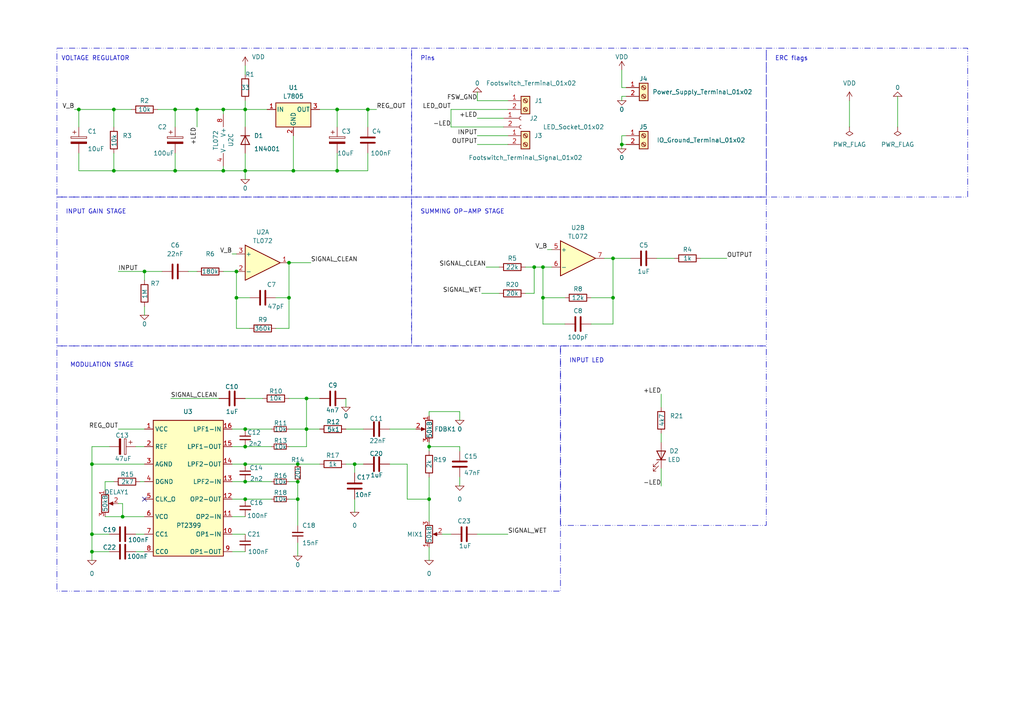
<source format=kicad_sch>
(kicad_sch (version 20230121) (generator eeschema)
  (paper "A4")
  (title_block (title "Delay Guitar Effect") (date "2023-11-24") (rev "1") (comment 1 "Dawid Stawiszyński") (comment 2 "Przemko Wawrzyniak"))
  (lib_symbols
    (symbol "Amplifier_Operational:TL072" (pin_names (offset 0.127))
      (property "Reference" "U" (at 0 5.08 0))
      (property "Value" "TL072" (at 0 -5.08 0))
      (symbol "TL072_1_1"
        (polyline (pts (xy -5.08 5.08) (xy 5.08 0) (xy -5.08 -5.08) (xy -5.08 5.08)) (stroke (width 0.254)) (fill (type background)))
        (pin output line (at 7.62 0 180) (length 2.54) (name "~") (number "1"))
        (pin input line (at -7.62 -2.54 0) (length 2.54) (name "-") (number "2"))
        (pin input line (at -7.62 2.54 0) (length 2.54) (name "+") (number "3"))
      )
      (symbol "TL072_2_1"
        (polyline (pts (xy -5.08 5.08) (xy 5.08 0) (xy -5.08 -5.08) (xy -5.08 5.08)) (stroke (width 0.254)) (fill (type background)))
        (pin input line (at -7.62 2.54 0) (length 2.54) (name "+") (number "5"))
        (pin input line (at -7.62 -2.54 0) (length 2.54) (name "-") (number "6"))
        (pin output line (at 7.62 0 180) (length 2.54) (name "~") (number "7"))
      )
      (symbol "TL072_3_1"
        (pin power_in line (at -2.54 -7.62 90) (length 3.81) (name "V-") (number "4"))
        (pin power_in line (at -2.54 7.62 270) (length 3.81) (name "V+") (number "8"))
      )
    )
    (symbol "Audio:PT2399"
      (property "Reference" "U3" (at 1.27 22.86 0))
      (property "Value" "PT2399" (at 3.81 -10.16 0))
      (symbol "PT2399_0_1"
        (rectangle (start -10.16 20.32) (end 10.16 -19.05) (stroke (width 0.254)) (fill (type background)))
      )
      (symbol "PT2399_1_1"
        (pin power_in line (at -12.7 17.78 0) (length 2.54) (name "VCC") (number "1"))
        (pin input line (at 12.7 -12.7 180) (length 2.54) (name "OP1-IN") (number "10"))
        (pin input line (at 12.7 -7.62 180) (length 2.54) (name "OP2-IN") (number "11"))
        (pin output line (at 12.7 -2.54 180) (length 2.54) (name "OP2-OUT") (number "12"))
        (pin input line (at 12.7 2.54 180) (length 2.54) (name "LPF2-IN") (number "13"))
        (pin output line (at 12.7 7.62 180) (length 2.54) (name "LPF2-OUT") (number "14"))
        (pin output line (at 12.7 12.7 180) (length 2.54) (name "LPF1-OUT") (number "15"))
        (pin input line (at 12.7 17.78 180) (length 2.54) (name "LPF1-IN") (number "16"))
        (pin passive line (at -12.7 12.7 0) (length 2.54) (name "REF") (number "2"))
        (pin passive line (at -12.7 7.62 0) (length 2.54) (name "AGND") (number "3"))
        (pin passive line (at -12.7 2.54 0) (length 2.54) (name "DGND") (number "4"))
        (pin passive line (at -12.7 -2.54 0) (length 2.54) (name "CLK_O") (number "5"))
        (pin passive line (at -12.7 -7.62 0) (length 2.54) (name "VCO") (number "6"))
        (pin passive line (at -12.7 -12.7 0) (length 2.54) (name "CC1") (number "7"))
        (pin passive line (at -12.7 -17.78 0) (length 2.54) (name "CC0") (number "8"))
        (pin output line (at 12.7 -17.78 180) (length 2.54) (name "OP1-OUT") (number "9"))
      )
    )
    (symbol "Connector:Conn_01x02_Socket" (pin_names (offset 1.016) hide)
      (property "Reference" "J" (at 0 2.54 0))
      (property "Value" "Conn_01x02_Socket" (at 0 -5.08 0))
      (symbol "Conn_01x02_Socket_1_1"
        (arc (start 0 -2.032) (mid -0.5058 -2.54) (end 0 -3.048) (stroke (width 0.1524)))
        (polyline (pts (xy -1.27 -2.54) (xy -0.508 -2.54)) (stroke (width 0.1524)))
        (polyline (pts (xy -1.27 0) (xy -0.508 0)) (stroke (width 0.1524)))
        (arc (start 0 0.508) (mid -0.5058 0) (end 0 -0.508) (stroke (width 0.1524)))
        (pin passive line (at -5.08 0 0) (length 3.81) (name "Pin_1") (number "1"))
        (pin passive line (at -5.08 -2.54 0) (length 3.81) (name "Pin_2") (number "2"))
      )
    )
    (symbol "Connector:Screw_Terminal_01x02" (pin_names (offset 1.016) hide)
      (property "Reference" "J" (at 0 2.54 0))
      (property "Value" "Screw_Terminal_01x02" (at 0 -5.08 0))
      (symbol "Screw_Terminal_01x02_1_1"
        (rectangle (start -1.27 1.27) (end 1.27 -3.81) (stroke (width 0.254)) (fill (type background)))
        (circle (center 0 -2.54) (radius 0.635) (stroke (width 0.1524)))
        (polyline (pts (xy -0.5334 -2.2098) (xy 0.3302 -3.048)) (stroke (width 0.1524)))
        (polyline (pts (xy -0.5334 0.3302) (xy 0.3302 -0.508)) (stroke (width 0.1524)))
        (polyline (pts (xy -0.3556 -2.032) (xy 0.508 -2.8702)) (stroke (width 0.1524)))
        (polyline (pts (xy -0.3556 0.508) (xy 0.508 -0.3302)) (stroke (width 0.1524)))
        (circle (center 0 0) (radius 0.635) (stroke (width 0.1524)))
        (pin passive line (at -5.08 0 0) (length 3.81) (name "Pin_1") (number "1"))
        (pin passive line (at -5.08 -2.54 0) (length 3.81) (name "Pin_2") (number "2"))
      )
    )
    (symbol "Device:C" (pin_numbers hide) (pin_names (offset 0.254))
      (property "Reference" "C" (at 0.635 2.54 0))
      (property "Value" "C" (at 0.635 -2.54 0))
      (symbol "C_0_1"
        (polyline (pts (xy -2.032 -0.762) (xy 2.032 -0.762)) (stroke (width 0.508)))
        (polyline (pts (xy -2.032 0.762) (xy 2.032 0.762)) (stroke (width 0.508)))
      )
      (symbol "C_1_1"
        (pin passive line (at 0 3.81 270) (length 2.794) (name "~") (number "1"))
        (pin passive line (at 0 -3.81 90) (length 2.794) (name "~") (number "2"))
      )
    )
    (symbol "Device:C_Polarized" (pin_numbers hide) (pin_names (offset 0.254))
      (property "Reference" "C" (at 0.635 2.54 0))
      (property "Value" "C_Polarized" (at 0.635 -2.54 0))
      (symbol "C_Polarized_0_1"
        (rectangle (start -2.286 0.508) (end 2.286 1.016))
        (polyline (pts (xy -1.778 2.286) (xy -0.762 2.286)))
        (polyline (pts (xy -1.27 2.794) (xy -1.27 1.778)))
        (rectangle (start 2.286 -0.508) (end -2.286 -1.016) (fill (type outline)))
      )
      (symbol "C_Polarized_1_1"
        (pin passive line (at 0 3.81 270) (length 2.794) (name "~") (number "1"))
        (pin passive line (at 0 -3.81 90) (length 2.794) (name "~") (number "2"))
      )
    )
    (symbol "Device:C_Small" (pin_numbers hide) (pin_names (offset 0.254) hide)
      (property "Reference" "C" (at 0.254 1.778 0))
      (property "Value" "C_Small" (at 0.254 -2.032 0))
      (symbol "C_Small_0_1"
        (polyline (pts (xy -1.524 -0.508) (xy 1.524 -0.508)) (stroke (width 0.3302)))
        (polyline (pts (xy -1.524 0.508) (xy 1.524 0.508)) (stroke (width 0.3048)))
      )
      (symbol "C_Small_1_1"
        (pin passive line (at 0 2.54 270) (length 2.032) (name "~") (number "1"))
        (pin passive line (at 0 -2.54 90) (length 2.032) (name "~") (number "2"))
      )
    )
    (symbol "Device:LED" (pin_numbers hide) (pin_names (offset 1.016) hide)
      (property "Reference" "D" (at 0 2.54 0))
      (property "Value" "LED" (at 0 -2.54 0))
      (symbol "LED_0_1"
        (polyline (pts (xy -1.27 -1.27) (xy -1.27 1.27)) (stroke (width 0.254)))
        (polyline (pts (xy -1.27 0) (xy 1.27 0)))
        (polyline (pts (xy 1.27 -1.27) (xy 1.27 1.27) (xy -1.27 0) (xy 1.27 -1.27)) (stroke (width 0.254)))
        (polyline (pts (xy -3.048 -0.762) (xy -4.572 -2.286) (xy -3.81 -2.286) (xy -4.572 -2.286) (xy -4.572 -1.524)))
        (polyline (pts (xy -1.778 -0.762) (xy -3.302 -2.286) (xy -2.54 -2.286) (xy -3.302 -2.286) (xy -3.302 -1.524)))
      )
      (symbol "LED_1_1"
        (pin passive line (at -3.81 0 0) (length 2.54) (name "K") (number "1"))
        (pin passive line (at 3.81 0 180) (length 2.54) (name "A") (number "2"))
      )
    )
    (symbol "Device:R" (pin_numbers hide) (pin_names (offset 0))
      (property "Reference" "R" (at 2.032 0 90))
      (property "Value" "R" (at 0 0 90))
      (symbol "R_0_1"
        (rectangle (start -1.016 -2.54) (end 1.016 2.54) (stroke (width 0.254)))
      )
      (symbol "R_1_1"
        (pin passive line (at 0 3.81 270) (length 1.27) (name "~") (number "1"))
        (pin passive line (at 0 -3.81 90) (length 1.27) (name "~") (number "2"))
      )
    )
    (symbol "Device:R_Potentiometer" (pin_names (offset 1.016) hide)
      (property "Reference" "RV" (at -4.445 0 90))
      (property "Value" "R_Potentiometer" (at -2.54 0 90))
      (symbol "R_Potentiometer_0_1"
        (polyline (pts (xy 2.54 0) (xy 1.524 0)))
        (polyline (pts (xy 1.143 0) (xy 2.286 0.508) (xy 2.286 -0.508) (xy 1.143 0)) (fill (type outline)))
        (rectangle (start 1.016 2.54) (end -1.016 -2.54) (stroke (width 0.254)))
      )
      (symbol "R_Potentiometer_1_1"
        (pin passive line (at 0 3.81 270) (length 1.27) (name "1") (number "1"))
        (pin passive line (at 3.81 0 180) (length 1.27) (name "2") (number "2"))
        (pin passive line (at 0 -3.81 90) (length 1.27) (name "3") (number "3"))
      )
    )
    (symbol "Device:R_Small" (pin_numbers hide) (pin_names (offset 0.254) hide)
      (property "Reference" "R" (at 0.762 0.508 0))
      (property "Value" "R_Small" (at 0.762 -1.016 0))
      (symbol "R_Small_0_1"
        (rectangle (start -0.762 1.778) (end 0.762 -1.778) (stroke (width 0.2032)))
      )
      (symbol "R_Small_1_1"
        (pin passive line (at 0 2.54 270) (length 0.762) (name "~") (number "1"))
        (pin passive line (at 0 -2.54 90) (length 0.762) (name "~") (number "2"))
      )
    )
    (symbol "Diode:1N4001" (pin_numbers hide) (pin_names hide)
      (property "Reference" "D" (at 0 2.54 0))
      (property "Value" "1N4001" (at 0 -2.54 0))
      (symbol "1N4001_0_1"
        (polyline (pts (xy -1.27 1.27) (xy -1.27 -1.27)) (stroke (width 0.254)))
        (polyline (pts (xy 1.27 0) (xy -1.27 0)))
        (polyline (pts (xy 1.27 1.27) (xy 1.27 -1.27) (xy -1.27 0) (xy 1.27 1.27)) (stroke (width 0.254)))
      )
      (symbol "1N4001_1_1"
        (pin passive line (at -3.81 0 0) (length 2.54) (name "K") (number "1"))
        (pin passive line (at 3.81 0 180) (length 2.54) (name "A") (number "2"))
      )
    )
    (symbol "Regulator_Linear:L7805" (pin_names (offset 0.254))
      (property "Reference" "U" (at -3.81 3.175 0))
      (property "Value" "L7805" (at 0 3.175 0))
      (symbol "L7805_0_1"
        (rectangle (start -5.08 1.905) (end 5.08 -5.08) (stroke (width 0.254)) (fill (type background)))
      )
      (symbol "L7805_1_1"
        (pin power_in line (at -7.62 0 0) (length 2.54) (name "IN") (number "1"))
        (pin power_in line (at 0 -7.62 90) (length 2.54) (name "GND") (number "2"))
        (pin power_out line (at 7.62 0 180) (length 2.54) (name "OUT") (number "3"))
      )
    )
    (symbol "Simulation_SPICE:0" (power) (pin_names (offset 0))
      (property "Value" "0" (at 0 -1.778 0))
      (symbol "0_0_1"
        (polyline (pts (xy -1.27 0) (xy 0 -1.27) (xy 1.27 0) (xy -1.27 0)))
      )
      (symbol "0_1_1"
        (pin power_in line (at 0 0 0) (length 0) hide (name "0") (number "1"))
      )
    )
    (symbol "power:PWR_FLAG" (power) (pin_numbers hide) (pin_names (offset 0) hide)
      (property "Value" "PWR_FLAG" (at 0 3.81 0))
      (symbol "PWR_FLAG_0_0"
        (pin power_out line (at 0 0 90) (length 0) (name "pwr") (number "1"))
      )
      (symbol "PWR_FLAG_0_1"
        (polyline (pts (xy 0 0) (xy 0 1.27) (xy -1.016 1.905) (xy 0 2.54) (xy 1.016 1.905) (xy 0 1.27)))
      )
    )
    (symbol "power:VDD" (power) (pin_names (offset 0))
      (property "Value" "VDD" (at 0 3.81 0))
      (symbol "VDD_0_1"
        (polyline (pts (xy -0.762 1.27) (xy 0 2.54)))
        (polyline (pts (xy 0 0) (xy 0 2.54)))
        (polyline (pts (xy 0 2.54) (xy 0.762 1.27)))
      )
      (symbol "VDD_1_1"
        (pin power_in line (at 0 0 90) (length 0) hide (name "VDD") (number "1"))
      )
    )
  )
  (junction (at 86.36 144.78))
  (junction (at 26.67 134.62))
  (junction (at 157.48 77.47))
  (junction (at 50.8 49.53))
  (junction (at 71.12 31.75))
  (junction (at 64.77 31.75))
  (junction (at 68.58 86.36))
  (junction (at 83.82 76.2))
  (junction (at 97.79 31.75))
  (junction (at 86.36 139.7))
  (junction (at 71.12 144.78))
  (junction (at 71.12 49.53))
  (junction (at 71.12 134.62))
  (junction (at 83.82 86.36))
  (junction (at 180.34 41.91))
  (junction (at 97.79 49.53))
  (junction (at 177.8 74.93))
  (junction (at 88.9 115.57))
  (junction (at 57.15 31.75))
  (junction (at 86.36 134.62))
  (junction (at 64.77 49.53))
  (junction (at 35.56 149.86))
  (junction (at 154.94 77.47))
  (junction (at 85.09 49.53))
  (junction (at 88.9 124.46))
  (junction (at 26.67 160.02))
  (junction (at 124.46 129.54))
  (junction (at 71.12 124.46))
  (junction (at 157.48 86.36))
  (junction (at 68.58 78.74))
  (junction (at 102.87 134.62))
  (junction (at 26.67 154.94))
  (junction (at 50.8 31.75))
  (junction (at 177.8 86.36))
  (junction (at 124.46 144.78))
  (junction (at 71.12 129.54))
  (junction (at 33.02 49.53))
  (junction (at 41.91 78.74))
  (junction (at 22.86 31.75))
  (junction (at 33.02 31.75))
  (junction (at 71.12 139.7))
  (junction (at 106.68 31.75))
  (no_connect (at 41.91 144.78))
  (wire (pts (xy 71.12 31.75) (xy 77.47 31.75)))
  (wire (pts (xy 92.71 124.46) (xy 88.9 124.46)))
  (wire (pts (xy 130.81 36.83) (xy 130.81 31.75)))
  (wire (pts (xy 26.67 160.02) (xy 26.67 154.94)))
  (wire (pts (xy 33.02 31.75) (xy 38.1 31.75)))
  (wire (pts (xy 68.58 95.25) (xy 72.39 95.25)))
  (wire (pts (xy 83.82 76.2) (xy 90.17 76.2)))
  (wire (pts (xy 177.8 86.36) (xy 177.8 74.93)))
  (wire (pts (xy 64.77 48.26) (xy 64.77 49.53)))
  (wire (pts (xy 71.12 139.7) (xy 67.31 139.7)))
  (wire (pts (xy 50.8 49.53) (xy 64.77 49.53)))
  (wire (pts (xy 71.12 144.78) (xy 67.31 144.78)))
  (wire (pts (xy 138.43 154.94) (xy 147.32 154.94)))
  (wire (pts (xy 171.45 86.36) (xy 177.8 86.36)))
  (wire (pts (xy 64.77 31.75) (xy 71.12 31.75)))
  (wire (pts (xy 31.75 154.94) (xy 26.67 154.94)))
  (wire (pts (xy 22.86 31.75) (xy 33.02 31.75)))
  (wire (pts (xy 180.34 41.91) (xy 181.61 41.91)))
  (wire (pts (xy 158.75 72.39) (xy 160.02 72.39)))
  (wire (pts (xy 203.2 74.93) (xy 210.82 74.93)))
  (wire (pts (xy 138.43 29.21) (xy 147.32 29.21)))
  (wire (pts (xy 190.5 74.93) (xy 195.58 74.93)))
  (wire (pts (xy 83.82 144.78) (xy 86.36 144.78)))
  (wire (pts (xy 71.12 49.53) (xy 71.12 52.07)))
  (wire (pts (xy 88.9 124.46) (xy 88.9 115.57)))
  (wire (pts (xy 152.4 77.47) (xy 154.94 77.47)))
  (wire (pts (xy 133.35 130.81) (xy 133.35 129.54)))
  (wire (pts (xy 124.46 129.54) (xy 124.46 130.81)))
  (wire (pts (xy 41.91 88.9) (xy 41.91 91.44)))
  (wire (pts (xy 34.29 78.74) (xy 41.91 78.74)))
  (wire (pts (xy 138.43 41.91) (xy 147.32 41.91)))
  (wire (pts (xy 118.11 144.78) (xy 124.46 144.78)))
  (wire (pts (xy 50.8 44.45) (xy 50.8 49.53)))
  (wire (pts (xy 22.86 49.53) (xy 22.86 44.45)))
  (wire (pts (xy 57.15 31.75) (xy 64.77 31.75)))
  (wire (pts (xy 80.01 95.25) (xy 83.82 95.25)))
  (wire (pts (xy 97.79 36.83) (xy 97.79 31.75)))
  (wire (pts (xy 124.46 128.27) (xy 124.46 129.54)))
  (wire (pts (xy 64.77 31.75) (xy 64.77 33.02)))
  (wire (pts (xy 26.67 160.02) (xy 26.67 162.56)))
  (wire (pts (xy 71.12 49.53) (xy 85.09 49.53)))
  (wire (pts (xy 181.61 39.37) (xy 180.34 39.37)))
  (wire (pts (xy 106.68 44.45) (xy 106.68 49.53)))
  (wire (pts (xy 88.9 115.57) (xy 83.82 115.57)))
  (wire (pts (xy 22.86 31.75) (xy 22.86 36.83)))
  (wire (pts (xy 100.33 115.57) (xy 100.33 118.11)))
  (wire (pts (xy 41.91 78.74) (xy 46.99 78.74)))
  (wire (pts (xy 88.9 129.54) (xy 88.9 124.46)))
  (wire (pts (xy 78.74 124.46) (xy 71.12 124.46)))
  (wire (pts (xy 154.94 77.47) (xy 157.48 77.47)))
  (wire (pts (xy 80.01 86.36) (xy 83.82 86.36)))
  (wire (pts (xy 138.43 26.67) (xy 138.43 29.21)))
  (wire (pts (xy 157.48 86.36) (xy 157.48 93.98)))
  (wire (pts (xy 88.9 124.46) (xy 83.82 124.46)))
  (wire (pts (xy 50.8 31.75) (xy 57.15 31.75)))
  (wire (pts (xy 133.35 138.43) (xy 133.35 140.97)))
  (wire (pts (xy 78.74 144.78) (xy 71.12 144.78)))
  (wire (pts (xy 64.77 78.74) (xy 68.58 78.74)))
  (wire (pts (xy 100.33 134.62) (xy 102.87 134.62)))
  (wire (pts (xy 86.36 144.78) (xy 86.36 152.4)))
  (wire (pts (xy 138.43 34.29) (xy 146.05 34.29)))
  (wire (pts (xy 260.35 27.94) (xy 260.35 36.83)))
  (wire (pts (xy 86.36 139.7) (xy 83.82 139.7)))
  (wire (pts (xy 34.29 146.05) (xy 35.56 146.05)))
  (wire (pts (xy 124.46 129.54) (xy 133.35 129.54)))
  (wire (pts (xy 83.82 86.36) (xy 83.82 95.25)))
  (wire (pts (xy 78.74 139.7) (xy 71.12 139.7)))
  (wire (pts (xy 85.09 49.53) (xy 97.79 49.53)))
  (wire (pts (xy 180.34 27.94) (xy 180.34 29.21)))
  (wire (pts (xy 41.91 129.54) (xy 39.37 129.54)))
  (wire (pts (xy 157.48 86.36) (xy 163.83 86.36)))
  (wire (pts (xy 68.58 78.74) (xy 68.58 86.36)))
  (wire (pts (xy 86.36 157.48) (xy 86.36 161.29)))
  (wire (pts (xy 102.87 134.62) (xy 105.41 134.62)))
  (wire (pts (xy 124.46 138.43) (xy 124.46 144.78)))
  (wire (pts (xy 157.48 93.98) (xy 163.83 93.98)))
  (wire (pts (xy 50.8 36.83) (xy 50.8 31.75)))
  (wire (pts (xy 30.48 139.7) (xy 30.48 142.24)))
  (wire (pts (xy 152.4 85.09) (xy 154.94 85.09)))
  (wire (pts (xy 71.12 115.57) (xy 76.2 115.57)))
  (wire (pts (xy 124.46 158.75) (xy 124.46 162.56)))
  (wire (pts (xy 71.12 129.54) (xy 67.31 129.54)))
  (wire (pts (xy 113.03 124.46) (xy 120.65 124.46)))
  (wire (pts (xy 85.09 39.37) (xy 85.09 49.53)))
  (wire (pts (xy 180.34 20.32) (xy 180.34 25.4)))
  (wire (pts (xy 41.91 149.86) (xy 35.56 149.86)))
  (wire (pts (xy 22.86 49.53) (xy 33.02 49.53)))
  (wire (pts (xy 71.12 160.02) (xy 67.31 160.02)))
  (wire (pts (xy 130.81 36.83) (xy 146.05 36.83)))
  (wire (pts (xy 130.81 31.75) (xy 147.32 31.75)))
  (wire (pts (xy 106.68 31.75) (xy 109.22 31.75)))
  (wire (pts (xy 49.53 115.57) (xy 63.5 115.57)))
  (wire (pts (xy 133.35 119.38) (xy 133.35 121.92)))
  (wire (pts (xy 71.12 29.21) (xy 71.12 31.75)))
  (wire (pts (xy 71.12 124.46) (xy 67.31 124.46)))
  (wire (pts (xy 128.27 154.94) (xy 130.81 154.94)))
  (wire (pts (xy 124.46 119.38) (xy 133.35 119.38)))
  (wire (pts (xy 97.79 31.75) (xy 106.68 31.75)))
  (wire (pts (xy 138.43 39.37) (xy 147.32 39.37)))
  (wire (pts (xy 139.7 85.09) (xy 144.78 85.09)))
  (wire (pts (xy 106.68 36.83) (xy 106.68 31.75)))
  (wire (pts (xy 71.12 31.75) (xy 71.12 36.83)))
  (wire (pts (xy 41.91 81.28) (xy 41.91 78.74)))
  (wire (pts (xy 177.8 74.93) (xy 182.88 74.93)))
  (wire (pts (xy 86.36 134.62) (xy 71.12 134.62)))
  (wire (pts (xy 26.67 134.62) (xy 26.67 129.54)))
  (wire (pts (xy 102.87 134.62) (xy 102.87 137.16)))
  (wire (pts (xy 33.02 31.75) (xy 33.02 36.83)))
  (wire (pts (xy 45.72 31.75) (xy 50.8 31.75)))
  (wire (pts (xy 71.12 44.45) (xy 71.12 49.53)))
  (wire (pts (xy 31.75 129.54) (xy 26.67 129.54)))
  (wire (pts (xy 57.15 31.75) (xy 57.15 36.83)))
  (wire (pts (xy 124.46 144.78) (xy 124.46 151.13)))
  (wire (pts (xy 180.34 25.4) (xy 181.61 25.4)))
  (wire (pts (xy 67.31 73.66) (xy 68.58 73.66)))
  (wire (pts (xy 78.74 129.54) (xy 71.12 129.54)))
  (wire (pts (xy 71.12 154.94) (xy 67.31 154.94)))
  (wire (pts (xy 41.91 139.7) (xy 40.64 139.7)))
  (wire (pts (xy 92.71 134.62) (xy 86.36 134.62)))
  (wire (pts (xy 92.71 31.75) (xy 97.79 31.75)))
  (wire (pts (xy 118.11 134.62) (xy 118.11 144.78)))
  (wire (pts (xy 35.56 149.86) (xy 30.48 149.86)))
  (wire (pts (xy 33.02 139.7) (xy 30.48 139.7)))
  (wire (pts (xy 71.12 19.05) (xy 71.12 21.59)))
  (wire (pts (xy 177.8 74.93) (xy 175.26 74.93)))
  (wire (pts (xy 105.41 124.46) (xy 100.33 124.46)))
  (wire (pts (xy 140.97 77.47) (xy 144.78 77.47)))
  (wire (pts (xy 177.8 93.98) (xy 177.8 86.36)))
  (wire (pts (xy 68.58 86.36) (xy 68.58 95.25)))
  (wire (pts (xy 171.45 93.98) (xy 177.8 93.98)))
  (wire (pts (xy 157.48 77.47) (xy 157.48 86.36)))
  (wire (pts (xy 118.11 134.62) (xy 113.03 134.62)))
  (wire (pts (xy 154.94 85.09) (xy 154.94 77.47)))
  (wire (pts (xy 86.36 139.7) (xy 86.36 144.78)))
  (wire (pts (xy 83.82 86.36) (xy 83.82 76.2)))
  (wire (pts (xy 97.79 44.45) (xy 97.79 49.53)))
  (wire (pts (xy 102.87 144.78) (xy 102.87 148.59)))
  (wire (pts (xy 124.46 120.65) (xy 124.46 119.38)))
  (wire (pts (xy 106.68 49.53) (xy 97.79 49.53)))
  (wire (pts (xy 180.34 39.37) (xy 180.34 41.91)))
  (wire (pts (xy 157.48 77.47) (xy 160.02 77.47)))
  (wire (pts (xy 71.12 149.86) (xy 67.31 149.86)))
  (wire (pts (xy 64.77 49.53) (xy 71.12 49.53)))
  (wire (pts (xy 31.75 160.02) (xy 26.67 160.02)))
  (wire (pts (xy 246.38 29.21) (xy 246.38 36.83)))
  (wire (pts (xy 68.58 86.36) (xy 72.39 86.36)))
  (wire (pts (xy 33.02 44.45) (xy 33.02 49.53)))
  (wire (pts (xy 191.77 135.89) (xy 191.77 140.97)))
  (wire (pts (xy 35.56 146.05) (xy 35.56 149.86)))
  (wire (pts (xy 41.91 154.94) (xy 39.37 154.94)))
  (wire (pts (xy 83.82 129.54) (xy 88.9 129.54)))
  (wire (pts (xy 92.71 115.57) (xy 88.9 115.57)))
  (wire (pts (xy 41.91 160.02) (xy 39.37 160.02)))
  (wire (pts (xy 180.34 41.91) (xy 180.34 43.18)))
  (wire (pts (xy 41.91 134.62) (xy 26.67 134.62)))
  (wire (pts (xy 26.67 134.62) (xy 26.67 154.94)))
  (wire (pts (xy 21.59 31.75) (xy 22.86 31.75)))
  (wire (pts (xy 34.29 124.46) (xy 41.91 124.46)))
  (wire (pts (xy 180.34 27.94) (xy 181.61 27.94)))
  (wire (pts (xy 71.12 134.62) (xy 67.31 134.62)))
  (wire (pts (xy 191.77 125.73) (xy 191.77 128.27)))
  (wire (pts (xy 191.77 114.3) (xy 191.77 118.11)))
  (wire (pts (xy 54.61 78.74) (xy 57.15 78.74)))
  (wire (pts (xy 33.02 49.53) (xy 50.8 49.53)))
  (rectangle (start 16.51 100.33) (end 162.56 171.45) (stroke (width 0) (type dash_dot_dot)))
  (rectangle (start 222.25 13.97) (end 280.67 57.15) (stroke (width 0) (type dash_dot_dot)))
  (rectangle (start 162.56 100.33) (end 222.25 152.4) (stroke (width 0) (type dash_dot_dot)))
  (rectangle (start 16.51 57.15) (end 119.38 100.33) (stroke (width 0) (type dash_dot_dot)))
  (rectangle (start 16.51 13.97) (end 119.38 57.15) (stroke (width 0) (type dash_dot_dot)))
  (rectangle (start 119.38 13.97) (end 222.25 57.15) (stroke (width 0) (type dash_dot_dot)))
  (rectangle (start 119.38 57.15) (end 222.25 100.33) (stroke (width 0) (type dash_dot_dot)))
  (text "ERC flags\n" (at 224.79 17.78 0) (effects (font (size 1.27 1.27)) (justify left bottom)))
  (text "MODULATION STAGE" (at 20.32 106.68 0) (effects (font (size 1.27 1.27)) (justify left bottom)))
  (text "SUMMING OP-AMP STAGE" (at 121.92 62.23 0) (effects (font (size 1.27 1.27)) (justify left bottom)))
  (text "INPUT LED\n" (at 165.1 105.41 0) (effects (font (size 1.27 1.27)) (justify left bottom)))
  (text "INPUT GAIN STAGE" (at 19.05 62.23 0) (effects (font (size 1.27 1.27)) (justify left bottom)))
  (text "Pins\n" (at 121.92 17.78 0) (effects (font (size 1.27 1.27)) (justify left bottom)))
  (text "VOLTAGE REGULATOR" (at 17.78 17.78 0) (effects (font (size 1.27 1.27)) (justify left bottom)))
  (label "REG_OUT" (at 109.22 31.75 0))
  (label "-LED" (at 130.81 36.83 180))
  (label "V_B" (at 158.75 72.39 180))
  (label "INPUT" (at 34.29 78.74 0))
  (label "FSW_GND" (at 138.43 29.21 180))
  (label "SIGNAL_CLEAN" (at 49.53 115.57 0))
  (label "SIGNAL_WET" (at 147.32 154.94 0))
  (label "OUTPUT" (at 138.43 41.91 180))
  (label "INPUT" (at 138.43 39.37 180))
  (label "SIGNAL_CLEAN" (at 90.17 76.2 0))
  (label "-LED" (at 191.77 140.97 180))
  (label "V_B" (at 21.59 31.75 180))
  (label "+LED" (at 191.77 114.3 180))
  (label "OUTPUT" (at 210.82 74.93 0))
  (label "SIGNAL_WET" (at 139.7 85.09 180))
  (label "SIGNAL_CLEAN" (at 140.97 77.47 180))
  (label "LED_OUT" (at 130.81 31.75 180))
  (label "+LED" (at 57.15 36.83 270))
  (label "+LED" (at 138.43 34.29 180))
  (label "REG_OUT" (at 34.29 124.46 180))
  (label "V_B" (at 67.31 73.66 180))
  (symbol (lib_id "power:VDD") (at 71.12 19.05 0) (unit 1)
    (property "Reference" "#PWR01" (effects hide))
    (property "Value" "VDD" (at 74.93 16.51 0))
  )
  (symbol (lib_id "Simulation_SPICE:0") (at 71.12 52.07 0) (unit 1)
    (property "Reference" "#GND01" (effects hide))
    (property "Value" "0" (at 71.12 54.61 0))
  )
  (symbol (lib_id "Device:C_Polarized") (at 97.79 40.64 0) (unit 1)
    (property "Reference" "C3" (at 99.06 38.1 0) (effects (justify left)))
    (property "Value" "10uF" (at 97.79 44.45 0) (effects (justify left)))
    (property "Footprint" "Capacitor:EEE1AA220WR" (effects hide))
  )
  (symbol (lib_id "Device:C") (at 109.22 124.46 90) (unit 1)
    (property "Reference" "C11" (at 109.1595 121.3914 90))
    (property "Value" "22nF" (at 109.5529 127.8604 90))
    (property "Footprint" "Capacitor_SMD:C_0805_2012Metric_Pad1.18x1.45mm_HandSolder" (effects hide))
  )
  (symbol (lib_id "Device:C") (at 133.35 134.62 0) (unit 1)
    (property "Reference" "C15" (at 136.537 132.37 0))
    (property "Value" "47nF" (at 136.9948 137.156 0))
    (property "Footprint" "Capacitor_SMD:C_0805_2012Metric_Pad1.18x1.45mm_HandSolder" (effects hide))
  )
  (symbol (lib_id "Simulation_SPICE:0") (at 41.91 91.44 0) (unit 1)
    (property "Reference" "#GND02" (effects hide))
    (property "Value" "0" (at 41.91 93.98 0))
  )
  (symbol (lib_id "Device:R_Small") (at 81.28 144.78 270) (unit 1)
    (property "Reference" "R18" (at 79.4019 142.8774 90) (effects (justify left)))
    (property "Value" "10k" (at 79.5267 144.7502 90) (effects (justify left)))
    (property "Footprint" "Resistor_SMD:R_0805_2012Metric_Pad1.20x1.40mm_HandSolder" (effects hide))
  )
  (symbol (lib_id "Regulator_Linear:L7805") (at 85.09 31.75 0) (unit 1)
    (property "Reference" "U1" (at 85.09 25.4 0))
    (property "Value" "L7805" (at 85.09 27.94 0))
    (property "Footprint" "Ic:L7805CD2T" (effects hide))
    (property "Datasheet" "http://www.st.com/content/ccc/resource/technical/document/datasheet/41/4f/b3/b0/12/d4/47/88/CD00000444.pdf/files/CD00000444.pdf/jcr:content/translations/en.CD00000444.pdf" (effects hide))
  )
  (symbol (lib_id "Device:R_Small") (at 81.28 139.7 270) (unit 1)
    (property "Reference" "R16" (at 79.4019 137.9665 90) (effects (justify left)))
    (property "Value" "10k" (at 79.5267 139.7561 90) (effects (justify left)))
    (property "Footprint" "Resistor_SMD:R_0805_2012Metric_Pad1.20x1.40mm_HandSolder" (effects hide))
  )
  (symbol (lib_id "Device:R") (at 191.77 121.92 0) (unit 1)
    (property "Reference" "R21" (at 194.31 120.65 0) (effects (justify left)))
    (property "Value" "4k7" (at 191.9471 123.6765 90) (effects (justify left)))
    (property "Footprint" "Resistor_SMD:R_0805_2012Metric_Pad1.20x1.40mm_HandSolder" (effects hide))
  )
  (symbol (lib_id "Connector:Screw_Terminal_01x02") (at 152.4 29.21 0) (unit 1)
    (property "Reference" "J1" (at 155.0171 29.218 0) (effects (justify left)))
    (property "Value" "Footswitch_Terminal_01x02" (at 140.97 24.13 0) (effects (justify left)))
    (property "Footprint" "Terminal:TB00150002BE" (effects hide))
  )
  (symbol (lib_id "Device:R") (at 41.91 31.75 90) (unit 1)
    (property "Reference" "R2" (at 41.91 29.21 90))
    (property "Value" "10k" (at 41.91 31.75 90))
    (property "Footprint" "Resistor_SMD:R_0805_2012Metric_Pad1.20x1.40mm_HandSolder" (effects hide))
  )
  (symbol (lib_id "Device:R") (at 148.59 77.47 90) (unit 1)
    (property "Reference" "R5" (at 148.59 74.93 90))
    (property "Value" "22k" (at 148.59 77.47 90))
    (property "Footprint" "Resistor_SMD:R_0805_2012Metric_Pad1.20x1.40mm_HandSolder" (effects hide))
  )
  (symbol (lib_id "power:VDD") (at 180.34 20.32 0) (unit 1)
    (property "Reference" "#PWR03" (effects hide))
    (property "Value" "VDD" (at 180.34 16.51 0))
  )
  (symbol (lib_id "Device:C") (at 35.56 160.02 270) (unit 1)
    (property "Reference" "C22" (at 31.75 158.75 90))
    (property "Value" "100nF" (at 39.8992 161.4009 90))
    (property "Footprint" "Capacitor_SMD:C_0805_2012Metric_Pad1.18x1.45mm_HandSolder" (effects hide))
  )
  (symbol (lib_id "power:PWR_FLAG") (at 260.35 36.83 180) (unit 1)
    (property "Reference" "#FLG02" (effects hide))
    (property "Value" "PWR_FLAG" (at 260.35 41.91 0))
  )
  (symbol (lib_id "Device:R") (at 36.83 139.7 90) (unit 1)
    (property "Reference" "R15" (at 34.9304 137.5976 90) (effects (justify right)))
    (property "Value" "2k7" (at 35.1425 139.7565 90) (effects (justify right)))
    (property "Footprint" "Resistor_SMD:R_0805_2012Metric_Pad1.20x1.40mm_HandSolder" (effects hide))
  )
  (symbol (lib_id "Device:R") (at 124.46 134.62 0) (unit 1)
    (property "Reference" "R19" (at 129.54 133.35 0) (effects (justify right)))
    (property "Value" "2k" (at 124.46 133.35 90) (effects (justify right)))
    (property "Footprint" "Resistor_SMD:R_0805_2012Metric_Pad1.20x1.40mm_HandSolder" (effects hide))
  )
  (symbol (lib_id "Device:R") (at 76.2 95.25 90) (unit 1)
    (property "Reference" "R9" (at 76.2 92.71 90))
    (property "Value" "360k" (at 76.2 95.25 90))
    (property "Footprint" "Resistor_SMD:R_0805_2012Metric_Pad1.20x1.40mm_HandSolder" (effects hide))
  )
  (symbol (lib_id "Audio:PT2399") (at 54.61 142.24 0) (unit 1)
    (property "Reference" "U3" (at 55.88 119.38 0) (effects (justify right)))
    (property "Value" "PT2399" (at 58.42 152.4 0) (effects (justify right)))
    (property "Footprint" "Package_SO:SOIC-16_3.9x9.9mm_P1.27mm" (effects hide))
    (property "Datasheet" "http://www.princeton.com.tw/Portals/0/Product/PT2399_1.pdf" (effects hide))
  )
  (symbol (lib_id "Simulation_SPICE:0") (at 260.35 27.94 180) (unit 1)
    (property "Reference" "#GND010" (effects hide))
    (property "Value" "0" (at 260.35 25.4 0))
  )
  (symbol (lib_id "Amplifier_Operational:TL072") (at 167.64 74.93 0) (unit 2)
    (property "Reference" "U2" (at 167.64 66.04 0))
    (property "Value" "TL072" (at 167.64 68.58 0))
    (property "Footprint" "Ic:SOT65P280X110-8N" (effects hide))
    (property "Datasheet" "http://www.ti.com/lit/ds/symlink/tl071.pdf" (effects hide))
  )
  (symbol (lib_id "Device:C") (at 167.64 93.98 90) (unit 1)
    (property "Reference" "C8" (at 167.64 90.17 90))
    (property "Value" "100pF" (at 167.64 97.79 90))
    (property "Footprint" "Capacitor_SMD:C_0805_2012Metric_Pad1.18x1.45mm_HandSolder" (effects hide))
  )
  (symbol (lib_id "Device:C_Small") (at 71.12 157.48 0) (unit 1)
    (property "Reference" "C21" (at 73.66 154.94 0))
    (property "Value" "100nF" (at 74.93 160.02 0))
    (property "Footprint" "Capacitor_SMD:C_0805_2012Metric_Pad1.18x1.45mm_HandSolder" (effects hide))
  )
  (symbol (lib_id "Connector:Screw_Terminal_01x02") (at 186.69 39.37 0) (unit 1)
    (property "Reference" "J5" (at 185.42 36.83 0) (effects (justify left)))
    (property "Value" "IO_Ground_Terminal_01x02" (at 190.5 40.64 0) (effects (justify left)))
    (property "Footprint" "Terminal:TB00150002BE" (effects hide))
  )
  (symbol (lib_id "Device:C_Small") (at 71.12 137.16 0) (unit 1)
    (property "Reference" "C14" (at 74.3217 135.6753 0))
    (property "Value" "2n2" (at 74.3842 138.859 0))
    (property "Footprint" "Capacitor_SMD:C_0805_2012Metric_Pad1.18x1.45mm_HandSolder" (effects hide))
  )
  (symbol (lib_id "Diode:1N4001") (at 71.12 40.64 270) (unit 1)
    (property "Reference" "D1" (at 73.66 39.37 90) (effects (justify left)))
    (property "Value" "1N4001" (at 73.66 43.18 90) (effects (justify left)))
    (property "Footprint" "Diodes:DIOM5226X240N" (effects hide))
    (property "Datasheet" "http://www.vishay.com/docs/88503/1n4001.pdf" (effects hide))
    (property "Sim.Device" "D" (effects hide))
    (property "Sim.Pins" "1=K 2=A" (effects hide))
  )
  (symbol (lib_id "Connector:Screw_Terminal_01x02") (at 152.4 39.37 0) (unit 1)
    (property "Reference" "J3" (at 154.9126 39.3507 0) (effects (justify left)))
    (property "Value" "Footswitch_Terminal_Signal_01x02" (at 135.89 45.72 0) (effects (justify left)))
    (property "Footprint" "Terminal:TB00150002BE" (effects hide))
  )
  (symbol (lib_id "Device:C") (at 35.56 154.94 270) (unit 1)
    (property "Reference" "C19" (at 31.75 153.67 90))
    (property "Value" "100nF" (at 40.1515 156.5779 90))
    (property "Footprint" "Capacitor_SMD:C_0805_2012Metric_Pad1.18x1.45mm_HandSolder" (effects hide))
  )
  (symbol (lib_id "Device:C") (at 102.87 140.97 180) (unit 1)
    (property "Reference" "C17" (at 105.41 138.43 0))
    (property "Value" "10nF" (at 105.41 143.51 0))
    (property "Footprint" "Capacitor_SMD:C_0805_2012Metric_Pad1.18x1.45mm_HandSolder" (effects hide))
  )
  (symbol (lib_id "Simulation_SPICE:0") (at 180.34 43.18 0) (unit 1)
    (property "Reference" "#GND012" (effects hide))
    (property "Value" "0" (at 180.34 45.72 0))
  )
  (symbol (lib_id "Device:C_Small") (at 71.12 127 0) (unit 1)
    (property "Reference" "C12" (at 73.6877 125.4274 0))
    (property "Value" "2n2" (at 73.9929 128.6736 0))
    (property "Footprint" "Capacitor_SMD:C_0805_2012Metric_Pad1.18x1.45mm_HandSolder" (effects hide))
  )
  (symbol (lib_id "Connector:Screw_Terminal_01x02") (at 186.69 25.4 0) (unit 1)
    (property "Reference" "J4" (at 185.42 22.86 0) (effects (justify left)))
    (property "Value" "Power_Supply_Terminal_01x02" (at 189.23 26.67 0) (effects (justify left)))
    (property "Footprint" "Terminal:TB00150002BE" (effects hide))
  )
  (symbol (lib_id "Device:R") (at 96.52 134.62 90) (unit 1)
    (property "Reference" "R17" (at 96.52 132.08 90))
    (property "Value" "1k" (at 96.52 134.62 90))
    (property "Footprint" "Resistor_SMD:R_0805_2012Metric_Pad1.20x1.40mm_HandSolder" (effects hide))
  )
  (symbol (lib_id "Simulation_SPICE:0") (at 102.87 148.59 0) (unit 1)
    (property "Reference" "#GND07" (effects hide))
    (property "Value" "0" (at 102.87 152.4 0))
  )
  (symbol (lib_id "Amplifier_Operational:TL072") (at 67.31 40.64 0) (unit 3)
    (property "Reference" "U2" (at 66.9655 38.5799 90) (effects (justify right)))
    (property "Value" "TL072" (at 62.5433 37.7791 90) (effects (justify right)))
    (property "Footprint" "Ic:SOT65P280X110-8N" (effects hide))
    (property "Datasheet" "http://www.ti.com/lit/ds/symlink/tl071.pdf" (effects hide))
  )
  (symbol (lib_id "Amplifier_Operational:TL072") (at 76.2 76.2 0) (unit 1)
    (property "Reference" "U2" (at 76.2 67.31 0))
    (property "Value" "TL072" (at 76.2 69.85 0))
    (property "Footprint" "Ic:SOT65P280X110-8N" (effects hide))
    (property "Datasheet" "http://www.ti.com/lit/ds/symlink/tl071.pdf" (effects hide))
  )
  (symbol (lib_id "Simulation_SPICE:0") (at 86.36 161.29 0) (unit 1)
    (property "Reference" "#GND08" (effects hide))
    (property "Value" "0" (at 86.36 163.83 0))
  )
  (symbol (lib_id "Device:R_Potentiometer") (at 124.46 154.94 0) (mirror x) (unit 1)
    (property "Reference" "MIX1" (at 122.7295 154.9905 0) (effects (justify right)))
    (property "Value" "50kB" (at 124.46 157.48 90) (effects (justify right)))
    (property "Footprint" "Potentiometer_THT:Potentiometer_Alps_RK163_Single_Horizontal" (effects hide))
  )
  (symbol (lib_id "Device:R_Small") (at 81.28 124.46 270) (unit 1)
    (property "Reference" "R11" (at 79.4309 122.7084 90) (effects (justify left)))
    (property "Value" "10k" (at 79.5142 124.4841 90) (effects (justify left)))
    (property "Footprint" "Resistor_SMD:R_0805_2012Metric_Pad1.20x1.40mm_HandSolder" (effects hide))
  )
  (symbol (lib_id "Simulation_SPICE:0") (at 133.35 140.97 0) (unit 1)
    (property "Reference" "#GND06" (effects hide))
    (property "Value" "0" (at 133.35 144.78 0))
  )
  (symbol (lib_id "Device:C") (at 67.31 115.57 270) (unit 1)
    (property "Reference" "C10" (at 67.2376 112.1665 90))
    (property "Value" "1uF" (at 67.31 119.38 90))
    (property "Footprint" "Capacitor_SMD:C_0805_2012Metric_Pad1.18x1.45mm_HandSolder" (effects hide))
  )
  (symbol (lib_id "Device:R_Small") (at 81.28 129.54 270) (unit 1)
    (property "Reference" "R13" (at 79.4309 127.8135 90) (effects (justify left)))
    (property "Value" "10k" (at 79.5142 129.5892 90) (effects (justify left)))
    (property "Footprint" "Resistor_SMD:R_0805_2012Metric_Pad1.20x1.40mm_HandSolder" (effects hide))
  )
  (symbol (lib_id "Simulation_SPICE:0") (at 26.67 162.56 0) (unit 1)
    (property "Reference" "#GND04" (effects hide))
    (property "Value" "0" (at 26.67 166.37 0))
  )
  (symbol (lib_id "Device:C_Polarized") (at 22.86 40.64 0) (unit 1)
    (property "Reference" "C1" (at 25.4 38.1 0) (effects (justify left)))
    (property "Value" "10uF" (at 25.4 43.18 0) (effects (justify left)))
    (property "Footprint" "Capacitor:EEE1AA220WR" (effects hide))
  )
  (symbol (lib_id "Device:C_Small") (at 86.36 154.94 180) (unit 1)
    (property "Reference" "C18" (at 87.63 152.4 0) (effects (justify right)))
    (property "Value" "15nF" (at 87.63 157.48 0) (effects (justify right)))
    (property "Footprint" "Capacitor_SMD:C_0805_2012Metric_Pad1.18x1.45mm_HandSolder" (effects hide))
  )
  (symbol (lib_id "Device:R") (at 167.64 86.36 90) (unit 1)
    (property "Reference" "R8" (at 167.64 83.82 90))
    (property "Value" "12k" (at 167.64 86.36 90))
    (property "Footprint" "Resistor_SMD:R_0805_2012Metric_Pad1.20x1.40mm_HandSolder" (effects hide))
  )
  (symbol (lib_id "Device:C_Polarized") (at 35.56 129.54 270) (unit 1)
    (property "Reference" "C13" (at 33.4777 126.2723 90) (effects (justify left)))
    (property "Value" "47uF" (at 33.2697 133.056 90) (effects (justify left)))
    (property "Footprint" "Capacitor:EEE1AA101SP" (effects hide))
  )
  (symbol (lib_id "Device:R_Potentiometer") (at 30.48 146.05 0) (unit 1)
    (property "Reference" "DELAY1" (at 37.3859 142.7166 0) (effects (justify right)))
    (property "Value" "50kB" (at 30.48 143.51 90) (effects (justify right)))
    (property "Footprint" "Potentiometer_THT:Potentiometer_Alps_RK163_Single_Horizontal" (effects hide))
  )
  (symbol (lib_id "power:PWR_FLAG") (at 246.38 36.83 180) (unit 1)
    (property "Reference" "#FLG01" (effects hide))
    (property "Value" "PWR_FLAG" (at 246.38 41.91 0))
  )
  (symbol (lib_id "Device:R_Potentiometer") (at 124.46 124.46 0) (mirror y) (unit 1)
    (property "Reference" "FDBK1" (at 125.9757 124.4639 0) (effects (justify right)))
    (property "Value" "50kB" (at 124.5557 122.1324 90) (effects (justify right)))
    (property "Footprint" "Potentiometer_THT:Potentiometer_Alps_RK163_Single_Horizontal" (effects hide))
  )
  (symbol (lib_id "Simulation_SPICE:0") (at 124.46 162.56 0) (unit 1)
    (property "Reference" "#GND09" (effects hide))
    (property "Value" "0" (at 124.46 166.37 0))
  )
  (symbol (lib_id "Device:R") (at 33.02 40.64 0) (unit 1)
    (property "Reference" "R3" (at 35.56 39.37 0) (effects (justify left)))
    (property "Value" "10k" (at 33.0943 42.5905 90) (effects (justify left)))
    (property "Footprint" "Resistor_SMD:R_0805_2012Metric_Pad1.20x1.40mm_HandSolder" (effects hide))
  )
  (symbol (lib_id "Device:R_Small") (at 86.36 137.16 0) (unit 1)
    (property "Reference" "R14" (at 86.36 133.35 0))
    (property "Value" "20k" (at 86.36 137.16 90))
    (property "Footprint" "Resistor_SMD:R_0805_2012Metric_Pad1.20x1.40mm_HandSolder" (effects hide))
  )
  (symbol (lib_id "Device:C") (at 134.62 154.94 90) (unit 1)
    (property "Reference" "C23" (at 134.62 151.13 90))
    (property "Value" "1uF" (at 134.9183 158.3462 90))
    (property "Footprint" "Capacitor_SMD:C_0805_2012Metric_Pad1.18x1.45mm_HandSolder" (effects hide))
  )
  (symbol (lib_id "Device:C") (at 109.22 134.62 90) (unit 1)
    (property "Reference" "C20" (at 109.1367 131.5643 90))
    (property "Value" "1uF" (at 109.2616 137.807 90))
    (property "Footprint" "Capacitor_SMD:C_0805_2012Metric_Pad1.18x1.45mm_HandSolder" (effects hide))
  )
  (symbol (lib_id "Device:LED") (at 191.77 132.08 270) (mirror x) (unit 1)
    (property "Reference" "D2" (at 196.85 130.81 90) (effects (justify right)))
    (property "Value" "LED" (at 197.353 133.313 90) (effects (justify right)))
    (property "Footprint" "Diodes:TB00150002BE" (effects hide))
  )
  (symbol (lib_id "Device:C") (at 76.2 86.36 90) (unit 1)
    (property "Reference" "C7" (at 78.74 82.55 90))
    (property "Value" "47pF" (at 80.01 88.9 90))
    (property "Footprint" "Capacitor_SMD:C_0805_2012Metric_Pad1.18x1.45mm_HandSolder" (effects hide))
  )
  (symbol (lib_id "Simulation_SPICE:0") (at 133.35 121.92 0) (unit 1)
    (property "Reference" "#GND05" (effects hide))
    (property "Value" "0" (at 133.35 124.46 0))
  )
  (symbol (lib_id "Device:R") (at 71.12 25.4 0) (unit 1)
    (property "Reference" "R1" (at 71.12 21.59 0) (effects (justify left)))
    (property "Value" "33" (at 69.85 25.4 0) (effects (justify left)))
    (property "Footprint" "Resistor_SMD:R_0805_2012Metric_Pad1.20x1.40mm_HandSolder" (effects hide))
  )
  (symbol (lib_id "Device:C") (at 50.8 78.74 90) (unit 1)
    (property "Reference" "C6" (at 50.8 71.12 90))
    (property "Value" "22nF" (at 50.8 73.66 90))
    (property "Footprint" "Capacitor_SMD:C_0805_2012Metric_Pad1.18x1.45mm_HandSolder" (effects hide))
  )
  (symbol (lib_id "Simulation_SPICE:0") (at 138.43 26.67 180) (unit 1)
    (property "Reference" "#GND015" (effects hide))
    (property "Value" "0" (at 138.43 24.13 0))
  )
  (symbol (lib_id "power:VDD") (at 246.38 29.21 0) (unit 1)
    (property "Reference" "#PWR02" (effects hide))
    (property "Value" "VDD" (at 246.38 24.13 0))
  )
  (symbol (lib_id "Device:C") (at 96.52 115.57 90) (unit 1)
    (property "Reference" "C9" (at 96.52 111.76 90))
    (property "Value" "4n7" (at 96.4344 118.9565 90))
    (property "Footprint" "Capacitor_SMD:C_0805_2012Metric_Pad1.18x1.45mm_HandSolder" (effects hide))
  )
  (symbol (lib_id "Connector:Conn_01x02_Socket") (at 151.13 34.29 0) (unit 1)
    (property "Reference" "J2" (at 153.5904 34.3366 0) (effects (justify left)))
    (property "Value" "LED_Socket_01x02" (at 157.48 36.83 0) (effects (justify left)))
    (property "Footprint" "Diodes:TB00150002BE" (effects hide))
  )
  (symbol (lib_id "Simulation_SPICE:0") (at 180.34 29.21 0) (unit 1)
    (property "Reference" "#GND011" (effects hide))
    (property "Value" "0" (at 180.34 31.75 0))
  )
  (symbol (lib_id "Device:R") (at 148.59 85.09 270) (unit 1)
    (property "Reference" "R20" (at 148.59 82.55 90))
    (property "Value" "20k" (at 148.59 85.09 90))
    (property "Footprint" "Resistor_SMD:R_0805_2012Metric_Pad1.20x1.40mm_HandSolder" (effects hide))
  )
  (symbol (lib_id "Device:R") (at 41.91 85.09 0) (unit 1)
    (property "Reference" "R7" (at 43.642 82.2333 0) (effects (justify left)))
    (property "Value" "1M" (at 41.9967 86.699 90) (effects (justify left)))
    (property "Footprint" "Resistor_SMD:R_0805_2012Metric_Pad1.20x1.40mm_HandSolder" (effects hide))
  )
  (symbol (lib_id "Device:C_Polarized") (at 50.8 40.64 0) (unit 1)
    (property "Reference" "C2" (at 45.72 36.83 0) (effects (justify left)))
    (property "Value" "100uF" (at 44.45 44.45 0) (effects (justify left)))
    (property "Footprint" "Capacitor:EEE1AA101SP" (effects hide))
  )
  (symbol (lib_id "Device:C") (at 106.68 40.64 0) (unit 1)
    (property "Reference" "C4" (at 109.22 38.1 0))
    (property "Value" "100nF" (at 110.49 44.45 0))
    (property "Footprint" "Capacitor_SMD:C_0805_2012Metric_Pad1.18x1.45mm_HandSolder" (effects hide))
  )
  (symbol (lib_id "Device:R") (at 199.39 74.93 90) (unit 1)
    (property "Reference" "R4" (at 199.39 72.39 90))
    (property "Value" "1k" (at 199.39 74.93 90))
    (property "Footprint" "Resistor_SMD:R_0805_2012Metric_Pad1.20x1.40mm_HandSolder" (effects hide))
  )
  (symbol (lib_id "Device:R") (at 60.96 78.74 90) (unit 1)
    (property "Reference" "R6" (at 60.96 73.66 90))
    (property "Value" "180k" (at 60.96 78.74 90))
    (property "Footprint" "Resistor_SMD:R_0805_2012Metric_Pad1.20x1.40mm_HandSolder" (effects hide))
  )
  (symbol (lib_id "Device:C") (at 186.69 74.93 90) (unit 1)
    (property "Reference" "C5" (at 186.69 71.12 90))
    (property "Value" "1uF" (at 186.69 78.74 90))
    (property "Footprint" "Capacitor_SMD:C_0805_2012Metric_Pad1.18x1.45mm_HandSolder" (effects hide))
  )
  (symbol (lib_id "Device:R") (at 96.52 124.46 90) (unit 1)
    (property "Reference" "R12" (at 94.7017 122.3747 90) (effects (justify right)))
    (property "Value" "5k1" (at 94.889 124.5596 90) (effects (justify right)))
    (property "Footprint" "Resistor_SMD:R_0805_2012Metric_Pad1.20x1.40mm_HandSolder" (effects hide))
  )
  (symbol (lib_id "Device:R") (at 80.01 115.57 270) (unit 1)
    (property "Reference" "R10" (at 81.9666 113.4723 90) (effects (justify right)))
    (property "Value" "10k" (at 81.7659 115.5074 90) (effects (justify right)))
    (property "Footprint" "Resistor_SMD:R_0805_2012Metric_Pad1.20x1.40mm_HandSolder" (effects hide))
  )
  (symbol (lib_id "Device:C_Small") (at 71.12 147.32 0) (unit 1)
    (property "Reference" "C16" (at 74.3661 145.7906 0))
    (property "Value" "100nF" (at 74.6991 149.5778 0))
    (property "Footprint" "Capacitor_SMD:C_0805_2012Metric_Pad1.18x1.45mm_HandSolder" (effects hide))
  )
  (symbol (lib_id "Simulation_SPICE:0") (at 100.33 118.11 0) (unit 1)
    (property "Reference" "#GND03" (effects hide))
    (property "Value" "0" (at 100.33 120.65 0))
  )
)
</source>
